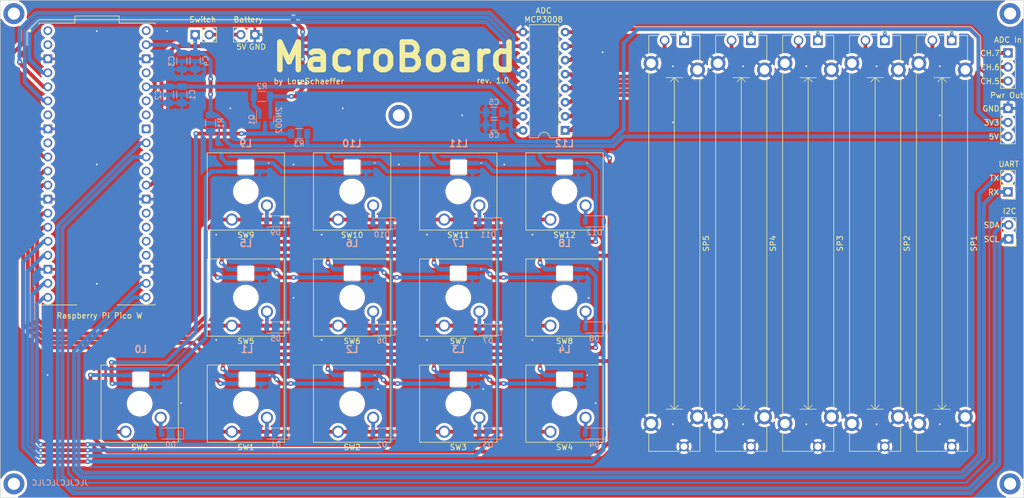
<source format=kicad_pcb>
(kicad_pcb (version 20221018) (generator pcbnew)
  (layers (0 "F.Cu" signal) (31 "B.Cu" signal) (34 "B.Paste" user) (35 "F.Paste" user) (36 "B.SilkS" user "B.Silkscreen") (37 "F.SilkS" user "F.Silkscreen") (38 "B.Mask" user) (39 "F.Mask" user) (44 "Edge.Cuts" user))
  (net 0 "")
  (net 1 "COL_1")
  (net 2 "Net-(D1-A)")
  (net 3 "COL_2")
  (net 4 "Net-(D2-A)")
  (net 5 "COL_3")
  (net 6 "Net-(D3-A)")
  (net 7 "COL_4")
  (net 8 "Net-(D4-A)")
  (net 9 "Net-(D5-A)")
  (net 10 "Net-(D6-A)")
  (net 11 "Net-(D7-A)")
  (net 12 "Net-(D8-A)")
  (net 13 "Net-(D9-A)")
  (net 14 "Net-(D10-A)")
  (net 15 "Net-(D11-A)")
  (net 16 "Net-(D12-A)")
  (net 17 "Net-(L1-DOUT)")
  (net 18 "LED_4")
  (net 19 "3V3")
  (net 20 "Net-(L2-DOUT)")
  (net 21 "Net-(L3-DOUT)")
  (net 23 "Net-(L5-DOUT)")
  (net 24 "LED_3")
  (net 25 "Net-(L6-DOUT)")
  (net 26 "Net-(L7-DOUT)")
  (net 27 "Net-(L10-DIN)")
  (net 28 "LED_2")
  (net 29 "Net-(L10-DOUT)")
  (net 30 "Net-(L11-DOUT)")
  (net 31 "LED_1")
  (net 32 "GND")
  (net 33 "ROW_1")
  (net 34 "ROW_2")
  (net 35 "ROW_3")
  (net 36 "ROW_4")
  (net 37 "Net-(D0-A)")
  (net 38 "CH_7")
  (net 39 "CH_6")
  (net 40 "CH_5")
  (net 41 "CH_4")
  (net 44 "CH_3")
  (net 45 "CH_2")
  (net 50 "CH_1")
  (net 52 "CH_0")
  (net 53 "I2C_SCL_E")
  (net 59 "I2C_SDA_E")
  (net 60 "UART_RX")
  (net 61 "UART_TX")
  (net 62 "I2C_SCL")
  (net 63 "CS{slash}SHDN")
  (net 64 "D_IN")
  (net 65 "D_OUT")
  (net 66 "CLK")
  (net 67 "I2C_SDA")
  (net 68 "5V")
  (net 69 "B+")
  (net 70 "LED")
  (net 71 "LVL_CON")
  (footprint "Keyboard:SW_Cherry_MX_1.00u_Plate" (layer "F.Cu") (at 88.06 94.08 180)
    (fp_text reference "SW2")
    (fp_text value "SW_Push" hide)
  )
  (footprint "Connector_PinHeader_2.54mm:PinHeader_1x03_P2.54mm_Vertical" (layer "F.Cu") (at 209.169 35.56)
    (fp_text reference "J1" hide)
    (fp_text value "Pwr")
  )
  (footprint "Keyboard:SW_Cherry_MX_1.00u_Plate" (layer "F.Cu") (at 107.26 55.68 180)
    (fp_text reference "SW11")
    (fp_text value "SW_Push" hide)
  )
  (footprint "Keyboard:SW_Cherry_MX_1.00u_Plate" (layer "F.Cu") (at 68.86 55.68 180)
    (fp_text reference "SW9")
    (fp_text value "SW_Push" hide)
  )
  (footprint "Keyboard:SW_Cherry_MX_1.00u_Plate" (layer "F.Cu") (at 68.86 94.08 180)
    (fp_text reference "SW1")
    (fp_text value "SW_Push" hide)
  )
  (footprint "Package_DIP:DIP-16_W7.62mm" (layer "F.Cu") (at 129.12 39.54 180)
    (fp_text reference "MUX1" hide)
    (fp_text value "MCP3008")
  )
  (footprint "MountingHole:MountingHole_2.2mm_M2_DIN965_Pad_TopBottom" (layer "F.Cu") (at 209.55 18.415)
    (fp_text reference "REF**" hide)
    (fp_text value "MountingHole_2.2mm_M2_DIN965_Pad_TopBottom" hide)
  )
  (footprint "Keyboard:SW_Cherry_MX_1.00u_Plate" (layer "F.Cu") (at 49.66 94.08 180)
    (fp_text reference "SW0")
    (fp_text value "SW_Push" hide)
  )
  (footprint "Connector_PinHeader_2.54mm:PinHeader_1x02_P2.54mm_Vertical" (layer "F.Cu") (at 73.03 22.225 -90)
    (fp_text reference "J5" hide)
    (fp_text value "B In")
  )
  (footprint "Potentiometer_THT:Potentiometer_Bourns_PTA6043_Single_Slide" (layer "F.Cu") (at 199 23.25 -90)
    (fp_text reference "SP1")
    (fp_text value "PTA6043" hide)
  )
  (footprint "Potentiometer_THT:Potentiometer_Bourns_PTA6043_Single_Slide" (layer "F.Cu") (at 174.8 23.25 -90)
    (fp_text reference "SP3")
    (fp_text value "PTA6043" hide)
  )
  (footprint "MountingHole:MountingHole_2.2mm_M2_DIN965_Pad_TopBottom" (layer "F.Cu") (at 29.464 18.415)
    (fp_text reference "REF**" hide)
    (fp_text value "MountingHole_2.2mm_M2_DIN965_Pad_TopBottom" hide)
  )
  (footprint "Potentiometer_THT:Potentiometer_Bourns_PTA6043_Single_Slide" (layer "F.Cu") (at 186.9 23.25 -90)
    (fp_text reference "SP2")
    (fp_text value "PTA6043" hide)
  )
  (footprint "Potentiometer_THT:Potentiometer_Bourns_PTA6043_Single_Slide" (layer "F.Cu") (at 150.6 23.25 -90)
    (fp_text reference "SP5")
    (fp_text value "PTA6043" hide)
  )
  (footprint "RPiP:MODULE_SC0918" (layer "F.Cu") (at 44.49 45.63)
    (fp_text reference "RPPW1" hide)
    (fp_text value "Raspberry Pi Pico W")
  )
  (footprint "Keyboard:SW_Cherry_MX_1.00u_Plate" (layer "F.Cu") (at 107.26 74.88 180)
    (fp_text reference "SW7")
    (fp_text value "SW_Push" hide)
  )
  (footprint "Connector_PinHeader_2.54mm:PinHeader_1x02_P2.54mm_Vertical" (layer "F.Cu") (at 62.225 22.225 90)
    (fp_text reference "J6" hide)
    (fp_text value "Switch")
  )
  (footprint "Keyboard:SW_Cherry_MX_1.00u_Plate" (layer "F.Cu") (at 68.86 74.88 180)
    (fp_text reference "SW5")
    (fp_text value "SW_Push" hide)
  )
  (footprint "MountingHole:MountingHole_2.2mm_M2_DIN965_Pad_TopBottom" (layer "F.Cu") (at 99.06 36.83)
    (fp_text reference "REF**" hide)
    (fp_text value "MountingHole_2.2mm_M2_DIN965_Pad_TopBottom" hide)
  )
  (footprint "Keyboard:SW_Cherry_MX_1.00u_Plate" (layer "F.Cu") (at 126.46 55.68 180)
    (fp_text reference "SW12")
    (fp_text value "SW_Push" hide)
  )
  (footprint "Keyboard:SW_Cherry_MX_1.00u_Plate" (layer "F.Cu") (at 107.26 94.08 180)
    (fp_text reference "SW3")
    (fp_text value "SW_Push" hide)
  )
  (footprint "Connector_PinHeader_2.54mm:PinHeader_1x03_P2.54mm_Vertical" (layer "F.Cu") (at 209.169 25.527)
    (fp_text reference "J3" hide)
    (fp_text value "ADC")
  )
  (footprint "Keyboard:SW_Cherry_MX_1.00u_Plate" (layer "F.Cu") (at 88.06 74.88 180)
    (fp_text reference "SW6")
    (fp_text value "SW_Push" hide)
  )
  (footprint "Connector_PinHeader_2.54mm:PinHeader_1x02_P2.54mm_Vertical" (layer "F.Cu") (at 209.169 50.673 180)
    (fp_text reference "J2" hide)
    (fp_text value "UART")
  )
  (footprint "Keyboard:SW_Cherry_MX_1.00u_Plate" (layer "F.Cu") (at 126.46 74.88 180)
    (fp_text reference "SW8")
    (fp_text value "SW_Push")
  )
  (footprint "MountingHole:MountingHole_2.2mm_M2_DIN965_Pad_TopBottom" (layer "F.Cu") (at 209.55 103.505)
    (fp_text reference "REF**" hide)
    (fp_text value "MountingHole_2.2mm_M2_DIN965_Pad_TopBottom" hide)
  )
  (footprint "Keyboard:SW_Cherry_MX_1.00u_Plate" (layer "F.Cu") (at 88.06 55.68 180)
    (fp_text reference "SW10")
    (fp_text value "SW_Push" hide)
  )
  (footprint "Connector_PinHeader_2.54mm:PinHeader_1x02_P2.54mm_Vertical" (layer "F.Cu") (at 209.296 59.182 180)
    (fp_text reference "J4" hide)
    (fp_text value "I2C")
  )
  (footprint "Potentiometer_THT:Potentiometer_Bourns_PTA6043_Single_Slide" (layer "F.Cu") (at 162.7 23.25 -90)
    (fp_text reference "SP4")
    (fp_text value "PTA6043" hide)
  )
  (footprint "Keyboard:SW_Cherry_MX_1.00u_Plate" (layer "F.Cu") (at 126.46 94.08 180)
    (fp_text reference "SW4")
    (fp_text value "SW_Push" hide)
  )
  (footprint "MountingHole:MountingHole_2.2mm_M2_DIN965_Pad_TopBottom" (layer "F.Cu") (at 29.464 103.505)
    (fp_text reference "REF**" hide)
    (fp_text value "MountingHole_2.2mm_M2_DIN965_Pad_TopBottom" hide)
  )
  (footprint "Capacitor_SMD:C_1206_3216Metric" (layer "B.Cu") (at 62.235 27.002 -90)
    (fp_text reference "C4")
    (fp_text value "100uF" hide)
  )
  (footprint "Diode_SMD:D_SOD-123" (layer "B.Cu") (at 134.4 75.2 180)
    (fp_text reference "D8")
    (fp_text value "1N4148W" hide)
  )
  (footprint "Diode_SMD:D_SOD-123" (layer "B.Cu") (at 96 94.4 180)
    (fp_text reference "D2")
    (fp_text value "1N4148W" hide)
  )
  (footprint "Diode_SMD:D_SOD-123" (layer "B.Cu") (at 115.2 94.4 180)
    (fp_text reference "D3")
    (fp_text value "1N4148W" hide)
  )
  (footprint "LibraryTool:SK6812MINIE" (layer "B.Cu") (at 71.4 46.2 180)
    (fp_text reference "L9")
    (fp_text value "SK6812MINI-E" hide)
    (fp_rect (start -1.53 1.33) (end 1.53 -1.33) (stroke (width 0.05)) (fill none) (layer "Edge.Cuts"))
  )
  (footprint "LibraryTool:SK6812MINIE" (layer "B.Cu") (at 109.8 84.6 180)
    (fp_text reference "L3")
    (fp_text value "SK6812MINI-E" hide)
    (fp_rect (start -1.53 1.33) (end 1.53 -1.33) (stroke (width 0.05)) (fill none) (layer "Edge.Cuts"))
  )
  (footprint "Capacitor_SMD:C_1206_3216Metric" (layer "B.Cu") (at 116.254 36.274 180)
    (fp_text reference "C5")
    (fp_text value "10uF")
  )
  (footprint "Diode_SMD:D_SOD-123" (layer "B.Cu") (at 96 56.4 180)
    (fp_text reference "D10")
    (fp_text value "1N4148W" hide)
  )
  (footprint "LibraryTool:SK6812MINIE" (layer "B.Cu") (at 90.6 84.6 180)
    (fp_text reference "L2")
    (fp_text value "SK6812MINI-E" hide)
    (fp_rect (start -1.53 1.33) (end 1.53 -1.33) (stroke (width 0.05)) (fill none) (layer "Edge.Cuts"))
  )
  (footprint "Diode_SMD:D_SOD-123" (layer "B.Cu") (at 57.8 94.4 180)
    (fp_text reference "D0")
    (fp_text value "1N4148W" hide)
  )
  (footprint "LibraryTool:SK6812MINIE" (layer "B.Cu") (at 71.4 65.4 180)
    (fp_text reference "L5")
    (fp_text value "SK6812MINI-E" hide)
    (fp_rect (start -1.53 1.33) (end 1.53 -1.33) (stroke (width 0.05)) (fill none) (layer "Edge.Cuts"))
  )
  (footprint "Diode_SMD:D_SOD-123" (layer "B.Cu") (at 115.2 75.6 180)
    (fp_text reference "D7")
    (fp_text value "1N4148W" hide)
  )
  (footprint "Diode_SMD:D_SOD-123" (layer "B.Cu") (at 76.8 56 180)
    (fp_text reference "D9")
    (fp_text value "1N4148W" hide)
  )
  (footprint "Capacitor_SMD:C_1206_3216Metric" (layer "B.Cu") (at 57.404 33.098 -90)
    (fp_text reference "C2")
    (fp_text value "100uF" hide)
  )
  (footprint "Diode_SMD:D_SOD-123" (layer "B.Cu") (at 96 75.6 180)
    (fp_text reference "D6")
    (fp_text value "1N4148W" hide)
  )
  (footprint "LibraryTool:SK6812MINIE" (layer "B.Cu") (at 109.8 65.4 180)
    (fp_text reference "L7")
    (fp_text value "SK6812MINI-E" hide)
    (fp_rect (start -1.53 1.33) (end 1.53 -1.33) (stroke (width 0.05)) (fill none) (layer "Edge.Cuts"))
  )
  (footprint "LibraryTool:SK6812MINIE" (layer "B.Cu") (at 90.6 46.2 180)
    (fp_text reference "L10")
    (fp_text value "SK6812MINI-E" hide)
    (fp_rect (start -1.53 1.33) (end 1.53 -1.33) (stroke (width 0.05)) (fill none) (layer "Edge.Cuts"))
  )
  (footprint "LibraryTool:SK6812MINIE" (layer "B.Cu") (at 90.6 65.4 180)
    (fp_text reference "L6")
    (fp_text value "SK6812MINI-E" hide)
    (fp_rect (start -1.53 1.33) (end 1.53 -1.33) (stroke (width 0.05)) (fill none) (layer "Edge.Cuts"))
  )
  (footprint "LibraryTool:SK6812MINIE" (layer "B.Cu") (at 109.85 46.2 180)
    (fp_text reference "L11")
    (fp_text value "SK6812MINI-E" hide)
    (fp_rect (start -1.53 1.33) (end 1.53 -1.33) (stroke (width 0.05)) (fill none) (layer "Edge.Cuts"))
  )
  (footprint "Capacitor_SMD:C_1206_3216Metric" (layer "B.Cu") (at 59.817 33.098 -90)
    (fp_text reference "C1")
    (fp_text value "10uF" hide)
  )
  (footprint "Capacitor_SMD:C_1206_3216Metric" (layer "B.Cu") (at 59.822 27.002 -90)
    (fp_text reference "C3")
    (fp_text value "10uF" hide)
  )
  (footprint "LibraryTool:SK6812MINIE" (layer "B.Cu") (at 129 84.6 180)
    (fp_text reference "L4")
    (fp_text value "SK6812MINI-E" hide)
    (fp_rect (start -1.53 1.33) (end 1.53 -1.33) (stroke (width 0.05)) (fill none) (layer "Edge.Cuts"))
  )
  (footprint "Resistor_SMD:R_1206_3216Metric" (layer "B.Cu") (at 81.026 40.132)
    (fp_text reference "R3")
    (fp_text value "10k")
  )
  (footprint "Diode_SMD:D_SOD-123" (layer "B.Cu") (at 134.4 94.4 180)
    (fp_text reference "D4")
    (fp_text value "1N4148W" hide)
  )
  (footprint "Diode_SMD:D_SOD-123" (layer "B.Cu") (at 115.2 56.4 180)
    (fp_text reference "D11")
    (fp_text value "1N4148W" hide)
  )
  (footprint "Resistor_SMD:R_1206_3216Metric" (layer "B.Cu") (at 65.024 38.227 90)
    (fp_text reference "R1")
    (fp_text value "330")
  )
  (footprint "LibraryTool:SK6812MINIE" (layer "B.Cu") (at 52.4 84.6 180)
    (fp_text reference "L0")
    (fp_text value "SK6812MINI-E" hide)
    (fp_rect (start -1.53 1.33) (end 1.53 -1.33) (stroke (width 0.05)) (fill none) (layer "Edge.Cuts"))
  )
  (footprint "Capacitor_SMD:C_1206_3216Metric" (layer "B.Cu") (at 116.254 38.608 180)
    (fp_text reference "C6")
    (fp_text value "100uF")
  )
  (footprint "Diode_SMD:D_SOD-123" (layer "B.Cu") (at 76.8 94.4 180)
    (fp_text reference "D1")
    (fp_text value "1N4148W" hide)
  )
  (footprint "Diode_SMD:D_SOD-123" (layer "B.Cu") (at 134.4 56 180)
    (fp_text reference "D12")
    (fp_text value "1N4148W" hide)
  )
  (footprint "LibraryTool:SK6812MINIE" (layer "B.Cu") (at 71.6 84.6 180)
    (fp_text reference "L1")
    (fp_text value "SK6812MINI-E" hide)
    (fp_rect (start -1.53 1.33) (end 1.53 -1.33) (stroke (width 0.05)) (fill none) (layer "Edge.Cuts"))
  )
  (footprint "Resistor_SMD:R_1206_3216Metric" (layer "B.Cu") (at 74.295 33.401 180)
    (fp_text reference "R2")
    (fp_text value "10k")
  )
  (footprint "LibraryTool:SK6812MINIE" (layer "B.Cu") (at 129 46.2 180)
    (fp_text reference "L12")
    (fp_text value "SK6812MINI-E" hide)
    (fp_rect (start -1.53 1.33) (end 1.53 -1.33) (stroke (width 0.05)) (fill none) (layer "Edge.Cuts"))
  )
  (footprint "Package_TO_SOT_SMD:SOT-23" (layer "B.Cu") (at 74.864 37.6405 -90)
    (fp_text reference "Q1")
    (fp_text value "2N7002")
  )
  (footprint "Diode_SMD:D_SOD-123" (layer "B.Cu") (at 76.8 75.2 180)
    (fp_text reference "D5")
    (fp_text value "1N4148W" hide)
  )
  (footprint "LibraryTool:SK6812MINIE" (layer "B.Cu") (at 129 65.4 180)
    (fp_text reference "L8")
    (fp_text value "SK6812MINI-E" hide)
    (fp_rect (start -1.53 1.33) (end 1.53 -1.33) (stroke (width 0.05)) (fill none) (layer "Edge.Cuts"))
  )
  (gr_rect (start 27 16) (end 212 106) (stroke (width 0.1)) (fill none) (layer "Edge.Cuts"))
  (gr_text "2N002" (at 77.978 35.179 90) (layer "B.SilkS") (effects (font (size 1 1)) (justify left bottom mirror)))
  (gr_text "JLCJLCJLCJLC" (at 43.053 103.886) (layer "B.SilkS") (effects (font (size 1 1)) (justify left bottom mirror)))
  (gr_text "TX" (at 205.74 48.768) (layer "F.SilkS") (effects (font (size 1 1)) (justify left bottom)))
  (gr_text "ADC\nMCP3008" (at 125.222 20.066) (layer "F.SilkS") (effects (font (size 1 1)) (justify bottom)))
  (gr_text "by LoreSchaeffer" (at 76.327 31.242) (layer "F.SilkS") (effects (font (size 1 1)) (justify left bottom)))
  (gr_text "ADC In" (at 209.169 23.749) (layer "F.SilkS") (effects (font (size 1 1)) (justify bottom)))
  (gr_text "CH.5" (at 204.089 31.242) (layer "F.SilkS") (effects (font (size 1 1)) (justify left bottom)))
  (gr_text "Battery" (at 69.088 20.066) (layer "F.SilkS") (effects (font (size 1 1)) (justify left bottom)))
  (gr_text "GND" (at 204.47 36.195) (layer "F.SilkS") (effects (font (size 1 1)) (justify left bottom)))
  (gr_text "UART" (at 207.391 46.228) (layer "F.SilkS") (effects (font (size 1 1)) (justify left bottom)))
  (gr_text "3V3" (at 204.724 38.735) (layer "F.SilkS") (effects (font (size 1 1)) (justify left bottom)))
  (gr_text "GND" (at 71.882 25.019) (layer "F.SilkS") (effects (font (size 1 1)) (justify left bottom)))
  (gr_text "MacroBoard" (at 75.692 29.21) (layer "F.SilkS") (effects (font (size 5 5) (thickness 1) bold) (justify left bottom)))
  (gr_text "SDA" (at 204.724 57.277) (layer "F.SilkS") (effects (font (size 1 1)) (justify left bottom)))
  (gr_text "SCL" (at 204.724 59.817) (layer "F.SilkS") (effects (font (size 1 1)) (justify left bottom)))
  (gr_text "CH.6" (at 204.089 28.702) (layer "F.SilkS") (effects (font (size 1 1)) (justify left bottom)))
  (gr_text "Pwr Out" (at 205.867 33.782) (layer "F.SilkS") (effects (font (size 1 1)) (justify left bottom)))
  (gr_text "Switch" (at 61.087 20.066) (layer "F.SilkS") (effects (font (size 1 1)) (justify left bottom)))
  (gr_text "Raspberry Pi Pico W" (at 37.084 73.66) (layer "F.SilkS") (effects (font (size 1 1)) (justify left bottom)))
  (gr_text "I2C" (at 208.153 54.737) (layer "F.SilkS") (effects (font (size 1 1)) (justify left bottom)))
  (gr_text "5V" (at 69.596 25.019) (layer "F.SilkS") (effects (font (size 1 1)) (justify left bottom)))
  (gr_text "CH.7" (at 204.089 26.162) (layer "F.SilkS") (effects (font (size 1 1)) (justify left bottom)))
  (gr_text "5V" (at 205.613 41.275) (layer "F.SilkS") (effects (font (size 1 1)) (justify left bottom)))
  (gr_text "rev. 1.0" (at 113.03 31.115) (layer "F.SilkS") (effects (font (size 1 1)) (justify left bottom)))
  (gr_text "RX" (at 205.486 51.308) (layer "F.SilkS") (effects (font (size 1 1)) (justify left bottom)))
  (segment (start 42.779 96.393) (end 34.29 96.393) (width 0.7) (layer "F.Cu") (net 1))
  (segment (start 42.799 96.373) (end 42.779 96.393) (width 0.7) (layer "F.Cu") (net 1))
  (via (at 42.799 96.373) (size 0.9) (drill 0.4) (layers "F.Cu" "B.Cu") (net 1))
  (via (at 34.29 96.393) (size 0.9) (drill 0.4) (layers "F.Cu" "B.Cu") (net 1))
  (segment (start 34.888 69.76) (end 35.6 69.76) (width 0.7) (layer "B.Cu") (net 1))
  (segment (start 76.827 96.373) (end 78.45 94.75) (width 0.7) (layer "B.Cu") (net 1))
  (segment (start 33.605 95.708) (end 33.605 71.043) (width 0.7) (layer "B.Cu") (net 1))
  (segment (start 78.45 94.2) (end 78.45 94.4) (width 0.3) (layer "B.Cu") (net 1))
  (segment (start 33.605 71.043) (end 34.888 69.76) (width 0.7) (layer "B.Cu") (net 1))
  (segment (start 34.29 96.393) (end 33.605 95.708) (width 0.7) (layer "B.Cu") (net 1))
  (segment (start 78.45 94.75) (end 78.45 94.4) (width 0.7) (layer "B.Cu") (net 1))
  (segment (start 59.45 96.359) (end 59.436 96.373) (width 0.7) (layer "B.Cu") (net 1))
  (segment (start 59.45 94.4) (end 59.45 96.359) (width 0.7) (layer "B.Cu") (net 1))
  (segment (start 59.436 96.373) (end 76.827 96.373) (width 0.7) (layer "B.Cu") (net 1))
  (segment (start 42.799 96.373) (end 59.436 96.373) (width 0.7) (layer "B.Cu") (net 1))
  (segment (start 78.45 75.2) (end 78.45 94.2) (width 0.7) (layer "B.Cu") (net 1))
  (segment (start 78.45 94.2) (end 78.65 94.4) (width 0.3) (layer "B.Cu") (net 1))
  (segment (start 78.45 56) (end 78.45 75.2) (width 0.7) (layer "B.Cu") (net 1))
  (segment (start 75.21 94.34) (end 75.15 94.4) (width 0.3) (layer "B.Cu") (net 2))
  (segment (start 75.21 91.54) (end 75.21 94.34) (width 0.7) (layer "B.Cu") (net 2))
  (segment (start 42.785497 97.422503) (end 34.29 97.422503) (width 0.7) (layer "F.Cu") (net 3))
  (segment (start 42.799 97.409) (end 42.785497 97.422503) (width 0.7) (layer "F.Cu") (net 3))
  (via (at 42.799 97.409) (size 0.9) (drill 0.4) (layers "F.Cu" "B.Cu") (net 3))
  (via (at 34.29 97.422503) (size 0.9) (drill 0.4) (layers "F.Cu" "B.Cu") (net 3))
  (segment (start 34.004284 97.422503) (end 32.775 96.193219) (width 0.7) (layer "B.Cu") (net 3))
  (segment (start 34.888 67.22) (end 35.6 67.22) (width 0.7) (layer "B.Cu") (net 3))
  (segment (start 95.885 97.409) (end 97.65 95.644) (width 0.7) (layer "B.Cu") (net 3))
  (segment (start 42.799 97.409) (end 95.885 97.409) (width 0.7) (layer "B.Cu") (net 3))
  (segment (start 97.65 56.4) (end 97.65 75.6) (width 0.7) (layer "B.Cu") (net 3))
  (segment (start 34.29 97.422503) (end 34.004284 97.422503) (width 0.7) (layer "B.Cu") (net 3))
  (segment (start 32.775 96.193219) (end 32.775 69.333) (width 0.7) (layer "B.Cu") (net 3))
  (segment (start 97.65 95.644) (end 97.65 94.4) (width 0.7) (layer "B.Cu") (net 3))
  (segment (start 97.65 75.6) (end 97.65 94.4) (width 0.7) (layer "B.Cu") (net 3))
  (segment (start 32.775 69.333) (end 34.888 67.22) (width 0.7) (layer "B.Cu") (net 3))
  (segment (start 94.41 91.54) (end 94.41 94.34) (width 0.7) (layer "B.Cu") (net 4))
  (segment (start 94.41 94.34) (end 94.35 94.4) (width 0.3) (layer "B.Cu") (net 4))
  (segment (start 42.799 98.452006) (end 34.29 98.452006) (width 0.7) (layer "F.Cu") (net 5))
  (via (at 42.799 98.452006) (size 0.9) (drill 0.4) (layers "F.Cu" "B.Cu") (net 5))
  (via (at 34.29 98.452006) (size 0.9) (drill 0.4) (layers "F.Cu" "B.Cu") (net 5))
  (segment (start 42.799 98.452006) (end 112.797994 98.452006) (width 0.7) (layer "B.Cu") (net 5))
  (segment (start 112.797994 98.452006) (end 116.85 94.4) (width 0.7) (layer "B.Cu") (net 5))
  (segment (start 33.859989 98.452006) (end 31.945 96.537017) (width 0.7) (layer "B.Cu") (net 5))
  (segment (start 34.29 98.452006) (end 33.859989 98.452006) (width 0.7) (layer "B.Cu") (net 5))
  (segment (start 116.85 56.4) (end 116.85 75.6) (width 0.7) (layer "B.Cu") (net 5))
  (segment (start 31.945 65.083) (end 34.888 62.14) (width 0.7) (layer "B.Cu") (net 5))
  (segment (start 116.85 75.6) (end 116.85 94.4) (width 0.7) (layer "B.Cu") (net 5))
  (segment (start 31.945 96.537017) (end 31.945 65.083) (width 0.7) (layer "B.Cu") (net 5))
  (segment (start 34.888 62.14) (end 35.6 62.14) (width 0.7) (layer "B.Cu") (net 5))
  (segment (start 113.61 94.34) (end 113.55 94.4) (width 0.3) (layer "B.Cu") (net 6))
  (segment (start 113.61 91.54) (end 113.61 94.34) (width 0.7) (layer "B.Cu") (net 6))
  (segment (start 42.799 99.481509) (end 34.29 99.481509) (width 0.7) (layer "F.Cu") (net 7))
  (via (at 42.799 99.481509) (size 0.9) (drill 0.4) (layers "F.Cu" "B.Cu") (net 7))
  (via (at 34.29 99.481509) (size 0.9) (drill 0.4) (layers "F.Cu" "B.Cu") (net 7))
  (segment (start 31.115 63.373) (end 34.888 59.6) (width 0.7) (layer "B.Cu") (net 7))
  (segment (start 42.839509 99.441) (end 133.985 99.441) (width 0.7) (layer "B.Cu") (net 7))
  (segment (start 136.05 75.2) (end 136.05 94.4) (width 0.7) (layer "B.Cu") (net 7))
  (segment (start 31.115 96.880814) (end 31.115 63.373) (width 0.7) (layer "B.Cu") (net 7))
  (segment (start 42.799 99.481509) (end 42.839509 99.441) (width 0.7) (layer "B.Cu") (net 7))
  (segment (start 34.888 59.6) (end 35.641881 59.6) (width 0.7) (layer "B.Cu") (net 7))
  (segment (start 136.05 56) (end 136.05 75.2) (width 0.7) (layer "B.Cu") (net 7))
  (segment (start 133.985 99.441) (end 136.05 97.376) (width 0.7) (layer "B.Cu") (net 7))
  (segment (start 136.05 97.376) (end 136.05 94.4) (width 0.7) (layer "B.Cu") (net 7))
  (segment (start 34.29 99.481509) (end 33.715694 99.481509) (width 0.7) (layer "B.Cu") (net 7))
  (segment (start 33.715694 99.481509) (end 31.115 96.880814) (width 0.7) (layer "B.Cu") (net 7))
  (segment (start 132.81 91.54) (end 132.81 94.34) (width 0.7) (layer "B.Cu") (net 8))
  (segment (start 132.81 94.34) (end 132.75 94.4) (width 0.3) (layer "B.Cu") (net 8))
  (segment (start 75.21 75.14) (end 75.15 75.2) (width 0.3) (layer "B.Cu") (net 9))
  (segment (start 75.21 72.34) (end 75.21 75.14) (width 0.7) (layer "B.Cu") (net 9))
  (segment (start 94.41 75.54) (end 94.35 75.6) (width 0.3) (layer "B.Cu") (net 10))
  (segment (start 94.41 72.34) (end 94.41 75.54) (width 0.7) (layer "B.Cu") (net 10))
  (segment (start 113.61 75.54) (end 113.55 75.6) (width 0.3) (layer "B.Cu") (net 11))
  (segment (start 113.61 72.34) (end 113.61 75.54) (width 0.7) (layer "B.Cu") (net 11))
  (segment (start 132.81 72.34) (end 132.81 75.14) (width 0.7) (layer "B.Cu") (net 12))
  (segment (start 132.81 75.14) (end 132.75 75.2) (width 0.3) (layer "B.Cu") (net 12))
  (segment (start 75.21 55.94) (end 75.15 56) (width 0.3) (layer "B.Cu") (net 13))
  (segment (start 75.21 53.14) (end 75.21 55.94) (width 0.7) (layer "B.Cu") (net 13))
  (segment (start 94.41 53.14) (end 94.41 56.34) (width 0.7) (layer "B.Cu") (net 14))
  (segment (start 94.41 56.34) (end 94.35 56.4) (width 0.3) (layer "B.Cu") (net 14))
  (segment (start 113.61 53.14) (end 113.61 56.34) (width 0.7) (layer "B.Cu") (net 15))
  (segment (start 113.61 56.34) (end 113.55 56.4) (width 0.3) (layer "B.Cu") (net 15))
  (segment (start 132.81 53.14) (end 132.81 55.94) (width 0.7) (layer "B.Cu") (net 16))
  (segment (start 132.81 55.94) (end 132.75 56) (width 0.3) (layer "B.Cu") (net 16))
  (segment (start 76.96025 84.58375) (end 77.7205 85.344) (width 0.7) (layer "F.Cu") (net 17))
  (segment (start 79.496 85.344) (end 79.502 85.35) (width 0.7) (layer "F.Cu") (net 17))
  (segment (start 77.7205 85.344) (end 79.496 85.344) (width 0.7) (layer "F.Cu") (net 17))
  (via (at 76.96025 84.58375) (size 0.9) (drill 0.4) (layers "F.Cu" "B.Cu") (net 17))
  (via (at 79.502 85.35) (size 0.9) (drill 0.4) (layers "F.Cu" "B.Cu") (net 17))
  (segment (start 76.2265 83.85) (end 74.1 83.85) (width 0.7) (layer "B.Cu") (net 17))
  (segment (start 76.96025 84.58375) (end 76.2265 83.85) (width 0.7) (layer "B.Cu") (net 17))
  (segment (start 79.502 85.35) (end 88.1 85.35) (width 0.7) (layer "B.Cu") (net 17))
  (segment (start 134.62 78.867) (end 67.056 78.867) (width 0.7) (layer "F.Cu") (net 18))
  (segment (start 65.659 84.201) (end 66.802 85.344) (width 0.7) (layer "F.Cu") (net 18))
  (segment (start 67.056 78.867) (end 65.659 80.264) (width 0.7) (layer "F.Cu") (net 18))
  (segment (start 65.659 80.264) (end 65.659 84.201) (width 0.7) (layer "F.Cu") (net 18))
  (via (at 66.802 85.344) (size 0.9) (drill 0.4) (layers "F.Cu" "B.Cu") (net 18))
  (via (at 134.62 78.867) (size 0.9) (drill 0.4) (layers "F.Cu" "B.Cu") (net 18))
  (segment (start 134.62 65.913) (end 133.35 64.643) (width 0.7) (layer "B.Cu") (net 18))
  (segment (start 69.094 85.344) (end 69.1 85.35) (width 0.7) (layer "B.Cu") (net 18))
  (segment (start 133.35 64.643) (end 132.094 64.643) (width 0.7) (layer "B.Cu") (net 18))
  (segment (start 66.802 85.344) (end 69.094 85.344) (width 0.7) (layer "B.Cu") (net 18))
  (segment (start 132.094 64.643) (end 132.087 64.65) (width 0.7) (layer "B.Cu") (net 18))
  (segment (start 134.62 78.867) (end 134.62 65.913) (width 0.7) (layer "B.Cu") (net 18))
  (segment (start 132.087 64.65) (end 131.5 64.65) (width 0.7) (layer "B.Cu") (net 18))
  (segment (start 203.835 22.733) (end 203.835 36.068) (width 0.7) (layer "B.Cu") (net 19))
  (segment (start 119.253 36.957) (end 119.253 38.608) (width 0.7) (layer "B.Cu") (net 19))
  (segment (start 199 21.218) (end 199.009 21.209) (width 0.7) (layer "B.Cu") (net 19))
  (segment (start 115.951 31.623) (end 119.253 34.925) (width 0.7) (layer "B.Cu") (net 19))
  (segment (start 119.296 39.54) (end 121.5 39.54) (width 0.7) (layer "B.Cu") (net 19))
  (segment (start 120.396 41.529) (end 121.539 41.529) (width 0.7) (layer "B.Cu") (net 19))
  (segment (start 205.867 38.1) (end 209.169 38.1) (width 0.7) (layer "B.Cu") (net 19))
  (segment (start 119.253 34.925) (end 119.253 36.322) (width 0.7) (layer "B.Cu") (net 19))
  (segment (start 72.8325 33.401) (end 72.8325 31.6845) (width 0.7) (layer "B.Cu") (net 19))
  (segment (start 186.9 23.25) (end 186.9 21.292) (width 0.7) (layer "B.Cu") (net 19))
  (segment (start 119.296 39.54) (end 119.296 40.429) (width 0.7) (layer "B.Cu") (net 19))
  (segment (start 142.24 21.209) (end 150.622 21.209) (width 0.7) (layer "B.Cu") (net 19))
  (segment (start 139.7 39.37) (end 139.7 23.749) (width 0.7) (layer "B.Cu") (net 19))
  (segment (start 119.253 36.322) (end 119.253 36.957) (width 0.7) (layer "B.Cu") (net 19))
  (segment (start 117.729 38.608) (end 119.253 38.608) (width 0.7) (layer "B.Cu") (net 19))
  (segment (start 203.835 36.068) (end 205.867 38.1) (width 0.7) (layer "B.Cu") (net 19))
  (segment (start 150.6 21.231) (end 150.622 21.209) (width 0.7) (layer "B.Cu") (net 19))
  (segment (start 137.541 41.529) (end 139.7 39.37) (width 0.7) (layer "B.Cu") (net 19))
  (segment (start 72.8325 34.9865) (end 72.8325 33.401) (width 0.7) (layer "B.Cu") (net 19))
  (segment (start 72.771 31.623) (end 115.951 31.623) (width 0.7) (layer "B.Cu") (net 19))
  (segment (start 121.5 37) (end 119.296 37) (width 0.7) (layer "B.Cu") (net 19))
  (segment (start 174.8 21.257) (end 174.752 21.209) (width 0.7) (layer "B.Cu") (net 19))
  (segment (start 117.729 36.274) (end 119.205 36.274) (width 0.7) (layer "B.Cu") (net 19))
  (segment (start 162.7 21.222) (end 162.687 21.209) (width 0.7) (layer "B.Cu") (net 19))
  (segment (start 150.6 23.25) (end 150.6 21.231) (width 0.7) (layer "B.Cu") (net 19))
  (segment (start 199 23.25) (end 199 21.218) (width 0.7) (layer "B.Cu") (net 19))
  (segment (start 186.9 21.292) (end 186.817 21.209) (width 0.7) (layer "B.Cu") (net 19))
  (segment (start 119.296 40.429) (end 120.396 41.529) (width 0.7) (layer "B.Cu") (net 19))
  (segment (start 72.8325 31.6845) (end 72.771 31.623) (width 0.7) (layer "B.Cu") (net 19))
  (segment (start 199.009 21.209) (end 202.311 21.209) (width 0.7) (layer "B.Cu") (net 19))
  (segment (start 174.8 23.25) (end 174.8 21.257) (width 0.7) (layer "B.Cu") (net 19))
  (segment (start 150.622 21.209) (end 162.687 21.209) (width 0.7) (layer "B.Cu") (net 19))
  (segment (start 202.311 21.209) (end 203.835 22.733) (width 0.7) (layer "B.Cu") (net 19))
  (segment (start 119.253 38.608) (end 119.253 39.497) (width 0.7) (layer "B.Cu") (net 19))
  (segment (start 119.205 36.274) (end 119.253 36.322) (width 0.7) (layer "B.Cu") (net 19))
  (segment (start 174.752 21.209) (end 186.817 21.209) (width 0.7) (layer "B.Cu") (net 19))
  (segment (start 186.817 21.209) (end 199.009 21.209) (width 0.7) (layer "B.Cu") (net 19))
  (segment (start 139.7 23.749) (end 142.24 21.209) (width 0.7) (layer "B.Cu") (net 19))
  (segment (start 121.539 41.529) (end 137.541 41.529) (width 0.7) (layer "B.Cu") (net 19))
  (segment (start 57.404 31.623) (end 59.817 31.623) (width 0.7) (layer "B.Cu") (net 19))
  (segment (start 73.914 36.068) (end 72.8325 34.9865) (width 0.7) (layer "B.Cu") (net 19))
  (segment (start 162.7 23.25) (end 162.7 21.222) (width 0.7) (layer "B.Cu") (net 19))
  (segment (start 59.817 31.623) (end 72.771 31.623) (width 0.7) (layer "B.Cu") (net 19))
  (segment (start 119.296 37) (end 119.253 36.957) (width 0.7) (layer "B.Cu") (net 19))
  (segment (start 53.38 31.66) (end 57.367 31.66) (width 0.7) (layer "B.Cu") (net 19))
  (segment (start 73.914 36.703) (end 73.914 36.068) (width 0.7) (layer "B.Cu") (net 19))
  (segment (start 119.253 39.497) (end 119.296 39.54) (width 0.7) (layer "B.Cu") (net 19))
  (segment (start 162.687 21.209) (end 174.752 21.209) (width 0.7) (layer "B.Cu") (net 19))
  (segment (start 96.9205 85.344) (end 98.8 85.344) (width 0.7) (layer "F.Cu") (net 20))
  (segment (start 96.27575 84.69925) (end 96.9205 85.344) (width 0.7) (layer "F.Cu") (net 20))
  (segment (start 98.8 85.344) (end 98.806 85.35) (width 0.7) (layer "F.Cu") (net 20))
  (via (at 98.806 85.35) (size 0.9) (drill 0.4) (layers "F.Cu" "B.Cu") (net 20))
  (via (at 96.27575 84.69925) (size 0.9) (drill 0.4) (layers "F.Cu" "B.Cu") (net 20))
  (segment (start 98.806 85.35) (end 107.3 85.35) (width 0.7) (layer "B.Cu") (net 20))
  (segment (start 95.4265 83.85) (end 93.1 83.85) (width 0.7) (layer "B.Cu") (net 20))
  (segment (start 96.27575 84.69925) (end 95.4265 83.85) (width 0.7) (layer "B.Cu") (net 20))
  (segment (start 117.977 85.344) (end 117.983 85.35) (width 0.7) (layer "F.Cu") (net 21))
  (segment (start 116.1205 85.344) (end 117.977 85.344) (width 0.7) (layer "F.Cu") (net 21))
  (segment (start 115.46425 84.68775) (end 116.1205 85.344) (width 0.7) (layer "F.Cu") (net 21))
  (via (at 115.46425 84.68775) (size 0.9) (drill 0.4) (layers "F.Cu" "B.Cu") (net 21))
  (via (at 117.983 85.35) (size 0.9) (drill 0.4) (layers "F.Cu" "B.Cu") (net 21))
  (segment (start 117.983 85.35) (end 126.5 85.35) (width 0.7) (layer "B.Cu") (net 21))
  (segment (start 115.46425 84.68775) (end 114.6265 83.85) (width 0.7) (layer "B.Cu") (net 21))
  (segment (start 114.6265 83.85) (end 112.3 83.85) (width 0.7) (layer "B.Cu") (net 21))
  (segment (start 76.96025 65.40675) (end 77.7035 66.15) (width 0.7) (layer "F.Cu") (net 23))
  (segment (start 77.7035 66.15) (end 80.01 66.15) (width 0.7) (layer "F.Cu") (net 23))
  (via (at 76.96025 65.40675) (size 0.9) (drill 0.4) (layers "F.Cu" "B.Cu") (net 23))
  (via (at 80.01 66.15) (size 0.9) (drill 0.4) (layers "F.Cu" "B.Cu") (net 23))
  (segment (start 76.2035 64.65) (end 73.9 64.65) (width 0.7) (layer "B.Cu") (net 23))
  (segment (start 80.01 66.15) (end 88.1 66.15) (width 0.7) (layer "B.Cu") (net 23))
  (segment (start 76.96025 65.40675) (end 76.2035 64.65) (width 0.7) (layer "B.Cu") (net 23))
  (segment (start 134.62 59.69) (end 67.520177 59.69) (width 0.7) (layer "F.Cu") (net 24))
  (segment (start 67.520177 59.69) (end 65.659 61.551177) (width 0.7) (layer "F.Cu") (net 24))
  (segment (start 65.659 65.532) (end 66.294 66.167) (width 0.7) (layer "F.Cu") (net 24))
  (segment (start 65.659 61.551177) (end 65.659 65.532) (width 0.7) (layer "F.Cu") (net 24))
  (via (at 134.62 59.69) (size 0.9) (drill 0.4) (layers "F.Cu" "B.Cu") (net 24))
  (via (at 66.294 66.167) (size 0.9) (drill 0.4) (layers "F.Cu" "B.Cu") (net 24))
  (segment (start 134.62 59.69) (end 134.62 47.117) (width 0.7) (layer "B.Cu") (net 24))
  (segment (start 132.953 45.45) (end 131.5 45.45) (width 0.7) (layer "B.Cu") (net 24))
  (segment (start 68.9 66.15) (end 66.311 66.15) (width 0.7) (layer "B.Cu") (net 24))
  (segment (start 134.62 47.117) (end 132.953 45.45) (width 0.7) (layer "B.Cu") (net 24))
  (segment (start 66.311 66.15) (end 66.294 66.167) (width 0.3) (layer "B.Cu") (net 24))
  (segment (start 96.393 65.278) (end 97.265 66.15) (width 0.7) (layer "F.Cu") (net 25))
  (segment (start 97.265 66.15) (end 98.679 66.15) (width 0.7) (layer "F.Cu") (net 25))
  (via (at 98.679 66.15) (size 0.9) (drill 0.4) (layers "F.Cu" "B.Cu") (net 25))
  (via (at 96.393 65.278) (size 0.9) (drill 0.4) (layers "F.Cu" "B.Cu") (net 25))
  (segment (start 98.679 66.15) (end 107.3 66.15) (width 0.7) (layer "B.Cu") (net 25))
  (segment (start 96.393 65.278) (end 95.765 64.65) (width 0.7) (layer "B.Cu") (net 25))
  (segment (start 95.765 64.65) (end 93.1 64.65) (width 0.7) (layer "B.Cu") (net 25))
  (segment (start 115.52775 65.57425) (end 116.1035 66.15) (width 0.7) (layer "F.Cu") (net 26))
  (segment (start 116.1035 66.15) (end 117.983 66.15) (width 0.7) (layer "F.Cu") (net 26))
  (via (at 115.52775 65.57425) (size 0.9) (drill 0.4) (layers "F.Cu" "B.Cu") (net 26))
  (via (at 117.983 66.15) (size 0.9) (drill 0.4) (layers "F.Cu" "B.Cu") (net 26))
  (segment (start 114.6035 64.65) (end 112.3 64.65) (width 0.7) (layer "B.Cu") (net 26))
  (segment (start 115.52775 65.57425) (end 114.6035 64.65) (width 0.7) (layer "B.Cu") (net 26))
  (segment (start 117.983 66.15) (end 126.5 66.15) (width 0.7) (layer "B.Cu") (net 26))
  (segment (start 73.9 45.45) (end 76.311 45.45) (width 0.7) (layer "B.Cu") (net 27))
  (segment (start 77.811 46.95) (end 88.1 46.95) (width 0.7) (layer "B.Cu") (net 27))
  (segment (start 76.311 45.45) (end 77.811 46.95) (width 0.7) (layer "B.Cu") (net 27))
  (segment (start 64.135 48.006) (end 65.191 46.95) (width 0.7) (layer "B.Cu") (net 28))
  (segment (start 54.9 83.85) (end 57.374 83.85) (width 0.7) (layer "B.Cu") (net 28))
  (segment (start 64.135 77.089) (end 64.135 48.006) (width 0.7) (layer "B.Cu") (net 28))
  (segment (start 65.191 46.95) (end 68.9 46.95) (width 0.7) (layer "B.Cu") (net 28))
  (segment (start 57.374 83.85) (end 64.135 77.089) (width 0.7) (layer "B.Cu") (net 28))
  (segment (start 93.1 45.45) (end 95.488 45.45) (width 0.7) (layer "B.Cu") (net 29))
  (segment (start 95.488 45.45) (end 96.988 46.95) (width 0.7) (layer "B.Cu") (net 29))
  (segment (start 96.988 46.95) (end 107.35 46.95) (width 0.7) (layer "B.Cu") (net 29))
  (segment (start 112.35 45.45) (end 114.665 45.45) (width 0.7) (layer "B.Cu") (net 30))
  (segment (start 116.165 46.95) (end 126.5 46.95) (width 0.7) (layer "B.Cu") (net 30))
  (segment (start 114.665 45.45) (end 116.165 46.95) (width 0.7) (layer "B.Cu") (net 30))
  (segment (start 47.117 85.217) (end 47.244 85.344) (width 0.7) (layer "F.Cu") (net 31))
  (segment (start 70.612 40.132) (end 62.357 40.132) (width 0.7) (layer "F.Cu") (net 31))
  (segment (start 47.117 81.534) (end 47.117 85.217) (width 0.7) (layer "F.Cu") (net 31))
  (via (at 47.244 85.344) (size 0.9) (drill 0.4) (layers "F.Cu" "B.Cu") (net 31))
  (via (at 47.117 81.534) (size 0.9) (drill 0.4) (layers "F.Cu" "B.Cu") (net 31))
  (via (at 62.357 40.132) (size 0.9) (drill 0.4) (layers "F.Cu" "B.Cu") (net 31))
  (via (at 70.612 40.132) (size 0.9) (drill 0.4) (layers "F.Cu" "B.Cu") (net 31))
  (segment (start 62.357 76.073) (end 62.357 40.132) (width 0.7) (layer "B.Cu") (net 31))
  (segment (start 47.117 81.534) (end 56.896 81.534) (width 0.7) (layer "B.Cu") (net 31))
  (segment (start 56.896 81.534) (end 62.357 76.073) (width 0.7) (layer "B.Cu") (net 31))
  (segment (start 49.894 85.344) (end 49.9 85.35) (width 0.7) (layer "B.Cu") (net 31))
  (segment (start 74.864 38.578) (end 74.864 40.132) (width 0.7) (layer "B.Cu") (net 31))
  (segment (start 74.864 40.132) (end 70.612 40.132) (width 0.7) (layer "B.Cu") (net 31))
  (segment (start 74.864 40.132) (end 79.5635 40.132) (width 0.7) (layer "B.Cu") (net 31))
  (segment (start 47.244 85.344) (end 49.894 85.344) (width 0.7) (layer "B.Cu") (net 31))
  (via (at 133.35 69.85) (size 0.6) (drill 0.3) (layers "F.Cu" "B.Cu") (net 32))
  (via (at 114.3 86.36) (size 0.6) (drill 0.3) (layers "F.Cu" "B.Cu") (net 32))
  (via (at 57.15 21.59) (size 0.6) (drill 0.3) (layers "F.Cu" "B.Cu") (net 32))
  (via (at 118.11 45.72) (size 0.6) (drill 0.3) (layers "F.Cu" "B.Cu") (net 32))
  (via (at 85.09 58.42) (size 0.6) (drill 0.3) (layers "F.Cu" "B.Cu") (net 32))
  (via (at 148.59 27.94) (size 0.6) (drill 0.3) (layers "F.Cu" "B.Cu") (net 32))
  (via (at 99.06 45.72) (size 0.6) (drill 0.3) (layers "F.Cu" "B.Cu") (net 32))
  (via (at 196.85 92.71) (size 0.6) (drill 0.3) (layers "F.Cu" "B.Cu") (net 32))
  (via (at 35.56 83.82) (size 0.6) (drill 0.3) (layers "F.Cu" "B.Cu") (net 32))
  (via (at 95.25 86.36) (size 0.6) (drill 0.3) (layers "F.Cu" "B.Cu") (net 32))
  (via (at 85.09 77.47) (size 0.6) (drill 0.3) (layers "F.Cu" "B.Cu") (net 32))
  (via (at 44.45 67.31) (size 0.6) (drill 0.3) (layers "F.Cu" "B.Cu") (net 32))
  (via (at 68.58 35.56) (size 0.6) (drill 0.3) (layers "F.Cu" "B.Cu") (net 32))
  (via (at 66.04 77.47) (size 0.6) (drill 0.3) (layers "F.Cu" "B.Cu") (net 32))
  (via (at 172.72 27.94) (size 0.6) (drill 0.3) (layers "F.Cu" "B.Cu") (net 32))
  (via (at 44.45 45.72) (size 0.6) (drill 0.3) (layers "F.Cu" "B.Cu") (net 32))
  (via (at 161.29 92.71) (size 0.6) (drill 0.3) (layers "F.Cu" "B.Cu") (net 32))
  (via (at 135.89 25.4) (size 0.6) (drill 0.3) (layers "F.Cu" "B.Cu") (net 32))
  (via (at 80.01 45.72) (size 0.6) (drill 0.3) (layers "F.Cu" "B.Cu") (net 32))
  (via (at 88.9 35.56) (size 0.6) (drill 0.3) (layers "F.Cu" "B.Cu") (net 32))
  (via (at 161.29 27.94) (size 0.6) (drill 0.3) (layers "F.Cu" "B.Cu") (net 32))
  (via (at 123.19 77.47) (size 0.6) (drill 0.3) (layers "F.Cu" "B.Cu") (net 32))
  (via (at 148.59 92.71) (size 0.6) (drill 0.3) (layers "F.Cu" "B.Cu") (net 32))
  (via (at 44.45 21.59) (size 0.6) (drill 0.3) (layers "F.Cu" "B.Cu") (net 32))
  (via (at 185.42 27.94) (size 0.6) (drill 0.3) (layers "F.Cu" "B.Cu") (net 32))
  (via (at 185.42 92.71) (size 0.6) (drill 0.3) (layers "F.Cu" "B.Cu") (net 32))
  (via (at 196.85 36.83) (size 0.6) (drill 0.3) (layers "F.Cu" "B.Cu") (net 32))
  (via (at 148.59 38.1) (size 0.6) (drill 0.3) (layers "F.Cu" "B.Cu") (net 32))
  (via (at 104.14 77.47) (size 0.6) (drill 0.3) (layers "F.Cu" "B.Cu") (net 32))
  (via (at 196.85 27.94) (size 0.6) (drill 0.3) (layers "F.Cu" "B.Cu") (net 32))
  (via (at 66.04 58.42) (size 0.6) (drill 0.3) (layers "F.Cu" "B.Cu") (net 32))
  (via (at 110.49 36.83) (size 0.6) (drill 0.3) (layers "F.Cu" "B.Cu") (net 32))
  (via (at 104.14 58.42) (size 0.6) (drill 0.3) (layers "F.Cu" "B.Cu") (net 32))
  (via (at 123.19 58.42) (size 0.6) (drill 0.3) (layers "F.Cu" "B.Cu") (net 32))
  (via (at 59.69 88.9) (size 0.6) (drill 0.3) (layers "F.Cu" "B.Cu") (net 32))
  (via (at 80.01 69.85) (size 0.6) (drill 0.3) (layers "F.Cu" "B.Cu") (net 32))
  (via (at 134.62 88.9) (size 0.6) (drill 0.3) (layers "F.Cu" "B.Cu") (net 32))
  (via (at 172.72 92.71) (size 0.6) (drill 0.3) (layers "F.Cu" "B.Cu") (net 32))
  (segment (start 60.96 76.327) (end 36.322 76.327) (width 0.7) (layer "F.Cu") (net 33))
  (segment (start 64.135 57.658) (end 64.135 73.152) (width 0.7) (layer "F.Cu") (net 33))
  (segment (start 36.322 76.327) (end 33.655 73.66) (width 0.7) (layer "F.Cu") (net 33))
  (segment (start 68.86 55.68) (end 88.06 55.68) (width 0.7) (layer "F.Cu") (net 33))
  (segment (start 33.655 73.66) (end 33.655 58.166) (width 0.7) (layer "F.Cu") (net 33))
  (segment (start 34.761 57.06) (end 35.6 57.06) (width 0.7) (layer "F.Cu") (net 33))
  (segment (start 33.655 58.166) (end 34.761 57.06) (width 0.7) (layer "F.Cu") (net 33))
  (segment (start 88.06 55.68) (end 107.26 55.68) (width 0.7) (layer "F.Cu") (net 33))
  (segment (start 68.86 55.68) (end 66.113 55.68) (width 0.7) (layer "F.Cu") (net 33))
  (segment (start 66.113 55.68) (end 64.135 57.658) (width 0.7) (layer "F.Cu") (net 33))
  (segment (start 64.135 73.152) (end 60.96 76.327) (width 0.7) (layer "F.Cu") (net 33))
  (segment (start 107.26 55.68) (end 126.46 55.68) (width 0.7) (layer "F.Cu") (net 33))
  (segment (start 35.6 54.52) (end 34.761 54.52) (width 0.7) (layer "F.Cu") (net 34))
  (segment (start 35.978202 77.157) (end 61.303798 77.157) (width 0.7) (layer "F.Cu") (net 34))
  (segment (start 63.580798 74.88) (end 68.86 74.88) (width 0.7) (layer "F.Cu") (net 34))
  (segment (start 68.86 74.88) (end 88.06 74.88) (width 0.7) (layer "F.Cu") (net 34))
  (segment (start 61.303798 77.157) (end 63.580798 74.88) (width 0.7) (layer "F.Cu") (net 34))
  (segment (start 34.761 54.52) (end 32.825 56.456) (width 0.7) (layer "F.Cu") (net 34))
  (segment (start 32.825 74.003798) (end 35.978202 77.157) (width 0.7) (layer "F.Cu") (net 34))
  (segment (start 32.825 56.456) (end 32.825 74.003798) (width 0.7) (layer "F.Cu") (net 34))
  (segment (start 88.06 74.88) (end 107.26 74.88) (width 0.7) (layer "F.Cu") (net 34))
  (segment (start 107.26 74.88) (end 126.46 74.88) (width 0.7) (layer "F.Cu") (net 34))
  (segment (start 34.6975 49.44) (end 31.995 52.1425) (width 0.7) (layer "F.Cu") (net 35))
  (segment (start 68.86 94.08) (end 88.06 94.08) (width 0.7) (layer "F.Cu") (net 35))
  (segment (start 107.26 94.08) (end 126.46 94.08) (width 0.7) (layer "F.Cu") (net 35))
  (segment (start 31.995 74.347596) (end 35.634405 77.987) (width 0.7) (layer "F.Cu") (net 35))
  (segment (start 31.995 52.1425) (end 31.995 74.347596) (width 0.7) (layer "F.Cu") (net 35))
  (segment (start 35.6 49.44) (end 34.6975 49.44) (width 0.7) (layer "F.Cu") (net 35))
  (segment (start 66.267 94.08) (end 68.86 94.08) (width 0.7) (layer "F.Cu") (net 35))
  (segment (start 64.135 91.948) (end 66.267 94.08) (width 0.7) (layer "F.Cu") (net 35))
  (segment (start 35.634405 77.987) (end 61.858 77.987) (width 0.7) (layer "F.Cu") (net 35))
  (segment (start 64.135 80.264) (end 64.135 91.948) (width 0.7) (layer "F.Cu") (net 35))
  (segment (start 88.06 94.08) (end 107.26 94.08) (width 0.7) (layer "F.Cu") (net 35))
  (segment (start 61.858 77.987) (end 64.135 80.264) (width 0.7) (layer "F.Cu") (net 35))
  (segment (start 31.165 50.623) (end 34.888 46.9) (width 0.7) (layer "F.Cu") (net 36))
  (segment (start 42.876 78.817) (end 35.290607 78.817) (width 0.7) (layer "F.Cu") (net 36))
  (segment (start 34.888 46.9) (end 35.6 46.9) (width 0.7) (layer "F.Cu") (net 36))
  (segment (start 44.958 80.899) (end 42.876 78.817) (width 0.7) (layer "F.Cu") (net 36))
  (segment (start 31.165 74.691394) (end 31.165 50.623) (width 0.7) (layer "F.Cu") (net 36))
  (segment (start 49.66 94.08) (end 46.836 94.08) (width 0.7) (layer "F.Cu") (net 36))
  (segment (start 46.836 94.08) (end 44.958 92.202) (width 0.7) (layer "F.Cu") (net 36))
  (segment (start 44.958 92.202) (end 44.958 80.899) (width 0.7) (layer "F.Cu") (net 36))
  (segment (start 35.290607 78.817) (end 31.165 74.691394) (width 0.7) (layer "F.Cu") (net 36))
  (segment (start 56.01 94.26) (end 56.15 94.4) (width 0.3) (layer "B.Cu") (net 37))
  (segment (start 56.01 91.54) (end 56.01 94.26) (width 0.7) (layer "B.Cu") (net 37))
  (segment (start 129.12 21.76) (end 132.800904 21.76) (width 0.7) (layer "F.Cu") (net 38))
  (segment (start 135.011905 19.549) (end 202.998596 19.549) (width 0.7) (layer "F.Cu") (net 38))
  (segment (start 205.495 24.266) (end 206.756 25.527) (width 0.7) (layer "F.Cu") (net 38))
  (segment (start 132.800904 21.76) (end 135.011905 19.549) (width 0.7) (layer "F.Cu") (net 38))
  (segment (start 206.756 25.527) (end 209.169 25.527) (width 0.7) (layer "F.Cu") (net 38))
  (segment (start 202.998596 19.549) (end 205.495 22.045405) (width 0.7) (layer "F.Cu") (net 38))
  (segment (start 205.495 22.045405) (end 205.495 24.266) (width 0.7) (layer "F.Cu") (net 38))
  (segment (start 202.654798 20.379) (end 135.355702 20.379) (width 0.7) (layer "F.Cu") (net 39))
  (segment (start 135.355702 20.379) (end 131.434702 24.3) (width 0.7) (layer "F.Cu") (net 39))
  (segment (start 131.434702 24.3) (end 129.12 24.3) (width 0.7) (layer "F.Cu") (net 39))
  (segment (start 204.665 25.976) (end 204.665 22.389202) (width 0.7) (layer "F.Cu") (net 39))
  (segment (start 206.756 28.067) (end 204.665 25.976) (width 0.7) (layer "F.Cu") (net 39))
  (segment (start 204.665 22.389202) (end 202.654798 20.379) (width 0.7) (layer "F.Cu") (net 39))
  (segment (start 209.169 28.067) (end 206.756 28.067) (width 0.7) (layer "F.Cu") (net 39))
  (segment (start 130.0685 26.84) (end 135.6995 21.209) (width 0.7) (layer "F.Cu") (net 40))
  (segment (start 203.835 22.733) (end 203.835 27.94) (width 0.7) (layer "F.Cu") (net 40))
  (segment (start 135.6995 21.209) (end 202.311 21.209) (width 0.7) (layer "F.Cu") (net 40))
  (segment (start 129.12 26.84) (end 130.0685 26.84) (width 0.7) (layer "F.Cu") (net 40))
  (segment (start 202.311 21.209) (end 203.835 22.733) (width 0.7) (layer "F.Cu") (net 40))
  (segment (start 203.835 27.94) (end 206.502 30.607) (width 0.7) (layer "F.Cu") (net 40))
  (segment (start 206.502 30.607) (end 209.169 30.607) (width 0.7) (layer "F.Cu") (net 40))
  (segment (start 147.1 23.25) (end 147.1 28.541) (width 0.7) (layer "F.Cu") (net 41))
  (segment (start 147.1 28.541) (end 145.814 29.827) (width 0.7) (layer "F.Cu") (net 41))
  (segment (start 130.538 29.827) (end 130.091 29.38) (width 0.7) (layer "F.Cu") (net 41))
  (segment (start 130.091 29.38) (end 129.12 29.38) (width 0.7) (layer "F.Cu") (net 41))
  (segment (start 145.814 29.827) (end 130.538 29.827) (width 0.7) (layer "F.Cu") (net 41))
  (segment (start 129.12 31.92) (end 130.132 31.92) (width 0.7) (layer "F.Cu") (net 44))
  (segment (start 131.395 30.657) (end 157.684 30.657) (width 0.7) (layer "F.Cu") (net 44))
  (segment (start 159.2 29.141) (end 159.2 23.25) (width 0.7) (layer "F.Cu") (net 44))
  (segment (start 130.132 31.92) (end 131.395 30.657) (width 0.7) (layer "F.Cu") (net 44))
  (segment (start 157.684 30.657) (end 159.2 29.141) (width 0.7) (layer "F.Cu") (net 44))
  (segment (start 132.978 31.487) (end 169.554 31.487) (width 0.7) (layer "F.Cu") (net 45))
  (segment (start 129.12 34.46) (end 130.005 34.46) (width 0.7) (layer "F.Cu") (net 45))
  (segment (start 130.005 34.46) (end 132.978 31.487) (width 0.7) (layer "F.Cu") (net 45))
  (segment (start 169.554 31.487) (end 171.3 29.741) (width 0.7) (layer "F.Cu") (net 45))
  (segment (start 171.3 29.741) (end 171.3 23.25) (width 0.7) (layer "F.Cu") (net 45))
  (segment (start 130.132 37) (end 134.815 32.317) (width 0.7) (layer "F.Cu") (net 50))
  (segment (start 129.12 37) (end 130.132 37) (width 0.7) (layer "F.Cu") (net 50))
  (segment (start 181.424 32.317) (end 183.4 30.341) (width 0.7) (layer "F.Cu") (net 50))
  (segment (start 183.4 30.341) (end 183.4 23.25) (width 0.7) (layer "F.Cu") (net 50))
  (segment (start 134.815 32.317) (end 181.424 32.317) (width 0.7) (layer "F.Cu") (net 50))
  (segment (start 130.132 39.54) (end 136.525 33.147) (width 0.7) (layer "F.Cu") (net 52))
  (segment (start 129.12 39.54) (end 130.132 39.54) (width 0.7) (layer "F.Cu") (net 52))
  (segment (start 195.5 31.068) (end 195.5 23.25) (width 0.7) (layer "F.Cu") (net 52))
  (segment (start 136.525 33.147) (end 193.421 33.147) (width 0.7) (layer "F.Cu") (net 52))
  (segment (start 193.421 33.147) (end 195.5 31.068) (width 0.7) (layer "F.Cu") (net 52))
  (segment (start 37.397 56.837001) (end 37.397 102.421) (width 0.7) (layer "B.Cu") (net 53))
  (segment (start 40.132 105.156) (end 202.437999 105.156) (width 0.7) (layer "B.Cu") (net 53))
  (segment (start 208.407 59.182) (end 209.296 59.182) (width 0.7) (layer "B.Cu") (net 53))
  (segment (start 202.437999 105.156) (end 207.586 100.007999) (width 0.7) (layer "B.Cu") (net 53))
  (segment (start 52.414 41.82) (end 37.397 56.837001) (width 0.7) (layer "B.Cu") (net 53))
  (segment (start 37.397 102.421) (end 40.132 105.156) (width 0.7) (layer "B.Cu") (net 53))
  (segment (start 207.586 60.003) (end 208.407 59.182) (width 0.7) (layer "B.Cu") (net 53))
  (segment (start 53.38 41.82) (end 52.414 41.82) (width 0.7) (layer "B.Cu") (net 53))
  (segment (start 207.586 100.007999) (end 207.586 60.003) (width 0.7) (layer "B.Cu") (net 53))
  (segment (start 208.153 56.642) (end 209.296 56.642) (width 0.7) (layer "B.Cu") (net 59))
  (segment (start 206.756 99.664202) (end 206.756 58.039) (width 0.7) (layer "B.Cu") (net 59))
  (segment (start 38.227 102.077202) (end 40.475798 104.326) (width 0.7) (layer "B.Cu") (net 59))
  (segment (start 202.094202 104.326) (end 206.756 99.664202) (width 0.7) (layer "B.Cu") (net 59))
  (segment (start 38.227 57.180798) (end 38.227 102.077202) (width 0.7) (layer "B.Cu") (net 59))
  (segment (start 40.475798 104.326) (end 202.094202 104.326) (width 0.7) (layer "B.Cu") (net 59))
  (segment (start 51.047798 44.36) (end 38.227 57.180798) (width 0.7) (layer "B.Cu") (net 59))
  (segment (start 53.38 44.36) (end 51.047798 44.36) (width 0.7) (layer "B.Cu") (net 59))
  (segment (start 206.756 58.039) (end 208.153 56.642) (width 0.7) (layer "B.Cu") (net 59))
  (segment (start 41.566202 102.303) (end 201.1 102.303) (width 0.7) (layer "B.Cu") (net 60))
  (segment (start 40.318 101.054798) (end 41.566202 102.303) (width 0.7) (layer "B.Cu") (net 60))
  (segment (start 201.1 102.303) (end 204.792 98.610999) (width 0.7) (layer "B.Cu") (net 60))
  (segment (start 53.38 67.22) (end 52.541 67.22) (width 0.7) (layer "B.Cu") (net 60))
  (segment (start 40.318 79.443001) (end 40.318 101.054798) (width 0.7) (layer "B.Cu") (net 60))
  (segment (start 207.01 50.673) (end 209.169 50.673) (width 0.7) (layer "B.Cu") (net 60))
  (segment (start 204.792 52.891) (end 207.01 50.673) (width 0.7) (layer "B.Cu") (net 60))
  (segment (start 204.792 98.610999) (end 204.792 52.891) (width 0.7) (layer "B.Cu") (net 60))
  (segment (start 52.541 67.22) (end 40.318 79.443001) (width 0.7) (layer "B.Cu") (net 60))
  (segment (start 206.883 48.133) (end 209.169 48.133) (width 0.7) (layer "B.Cu") (net 61))
  (segment (start 203.962 98.267202) (end 203.962 51.054) (width 0.7) (layer "B.Cu") (net 61))
  (segment (start 41.148 100.711) (end 41.91 101.473) (width 0.7) (layer "B.Cu") (net 61))
  (segment (start 200.756202 101.473) (end 203.962 98.267202) (width 0.7) (layer "B.Cu") (net 61))
  (segment (start 41.91 101.473) (end 200.756202 101.473) (width 0.7) (layer "B.Cu") (net 61))
  (segment (start 41.148 79.786798) (end 41.148 100.711) (width 0.7) (layer "B.Cu") (net 61))
  (segment (start 53.38 69.76) (end 51.174798 69.76) (width 0.7) (layer "B.Cu") (net 61))
  (segment (start 203.962 51.054) (end 206.883 48.133) (width 0.7) (layer "B.Cu") (net 61))
  (segment (start 51.174798 69.76) (end 41.148 79.786798) (width 0.7) (layer "B.Cu") (net 61))
  (segment (start 121.5 24.3) (end 58.631 24.3) (width 0.7) (layer "F.Cu") (net 63))
  (segment (start 58.631 24.3) (end 56.134 26.797) (width 0.7) (layer "F.Cu") (net 63))
  (segment (start 56.134 47.498) (end 54.192 49.44) (width 0.7) (layer "F.Cu") (net 63))
  (segment (start 54.192 49.44) (end 53.38 49.44) (width 0.7) (layer "F.Cu") (net 63))
  (segment (start 56.134 26.797) (end 56.134 47.498) (width 0.7) (layer "F.Cu") (net 63))
  (segment (start 30.4985 27.178) (end 30.4985 27.3545) (width 0.7) (layer "F.Cu") (net 64))
  (segment (start 34.804 31.66) (end 35.6 31.66) (width 0.7) (layer "F.Cu") (net 64))
  (segment (start 30.4985 27.3545) (end 34.804 31.66) (width 0.7) (layer "F.Cu") (net 64))
  (via (at 30.4985 27.178) (size 0.9) (drill 0.4) (layers "F.Cu" "B.Cu") (net 64))
  (segment (start 33.475405 18.279) (end 115.495595 18.279) (width 0.7) (layer "B.Cu") (net 64))
  (segment (start 30.48 27.1595) (end 30.48 21.274405) (width 0.7) (layer "B.Cu") (net 64))
  (segment (start 119.761 22.544406) (end 119.761 26.289) (width 0.7) (layer "B.Cu") (net 64))
  (segment (start 115.495595 18.279) (end 119.761 22.544406) (width 0.7) (layer "B.Cu") (net 64))
  (segment (start 30.48 21.274405) (end 33.475405 18.279) (width 0.7) (layer "B.Cu") (net 64))
  (segment (start 120.478014 27.006014) (end 121.807 27.006014) (width 0.7) (layer "B.Cu") (net 64))
  (segment (start 30.4985 27.178) (end 30.48 27.1595) (width 0.7) (layer "B.Cu") (net 64))
  (segment (start 119.761 26.289) (end 120.478014 27.006014) (width 0.7) (layer "B.Cu") (net 64))
  (segment (start 33.819202 19.109) (end 31.428 21.500203) (width 0.7) (layer "B.Cu") (net 65))
  (segment (start 121.5 29.38) (end 120.566 29.38) (width 0.7) (layer "B.Cu") (net 65))
  (segment (start 31.428 30.793) (end 34.835 34.2) (width 0.7) (layer "B.Cu") (net 65))
  (segment (start 120.566 29.38) (end 118.931 27.745) (width 0.7) (layer "B.Cu") (net 65))
  (segment (start 118.931 22.888202) (end 115.151797 19.109) (width 0.7) (layer "B.Cu") (net 65))
  (segment (start 115.151797 19.109) (end 33.819202 19.109) (width 0.7) (layer "B.Cu") (net 65))
  (segment (start 118.931 27.745) (end 118.931 22.888202) (width 0.7) (layer "B.Cu") (net 65))
  (segment (start 31.428 21.500203) (end 31.428 30.793) (width 0.7) (layer "B.Cu") (net 65))
  (segment (start 34.835 34.2) (end 35.6 34.2) (width 0.7) (layer "B.Cu") (net 65))
  (segment (start 34.163 19.939) (end 32.258 21.844) (width 0.7) (layer "B.Cu") (net 66))
  (segment (start 34.708 29.12) (end 35.6 29.12) (width 0.7) (layer "B.Cu") (net 66))
  (segment (start 32.258 21.844) (end 32.258 26.67) (width 0.7) (layer "B.Cu") (net 66))
  (segment (start 118.101 23.232) (end 114.808 19.939) (width 0.7) (layer "B.Cu") (net 66))
  (segment (start 121.5 31.92) (end 120.439 31.92) (width 0.7) (layer "B.Cu") (net 66))
  (segment (start 120.439 31.92) (end 118.101 29.582) (width 0.7) (layer "B.Cu") (net 66))
  (segment (start 32.258 26.67) (end 34.708 29.12) (width 0.7) (layer "B.Cu") (net 66))
  (segment (start 114.808 19.939) (end 34.163 19.939) (width 0.7) (layer "B.Cu") (net 66))
  (segment (start 118.101 29.582) (end 118.101 23.232) (width 0.7) (layer "B.Cu") (net 66))
  (segment (start 65.024 30.226) (end 65.024 33.02) (width 0.7) (layer "F.Cu") (net 68))
  (via (at 65.024 33.02) (size 0.9) (drill 0.4) (layers "F.Cu" "B.Cu") (net 68))
  (via (at 65.024 30.226) (size 0.9) (drill 0.4) (layers "F.Cu" "B.Cu") (net 68))
  (segment (start 82.4885 42.2935) (end 82.423 42.359) (width 0.7) (layer "B.Cu") (net 68))
  (segment (start 209.169 40.64) (end 139.603798 40.64) (width 0.7) (layer "B.Cu") (net 68))
  (segment (start 67.564 38.227) (end 66.1015 36.7645) (width 0.7) (layer "B.Cu") (net 68))
  (segment (start 53.38 24.04) (end 58.203 24.04) (width 0.7) (layer "B.Cu") (net 68))
  (segment (start 66.1015 36.7645) (end 65.024 36.7645) (width 0.7) (layer "B.Cu") (net 68))
  (segment (start 82.423 42.359) (end 68.775 42.359) (width 0.7) (layer "B.Cu") (net 68))
  (segment (start 58.335 24.04) (end 59.822 25.527) (width 0.7) (layer "B.Cu") (net 68))
  (segment (start 67.564 41.148) (end 67.564 38.227) (width 0.7) (layer "B.Cu") (net 68))
  (segment (start 62.235 25.527) (end 63.627 25.527) (width 0.7) (layer "B.Cu") (net 68))
  (segment (start 62.235 25.527) (end 62.235 22.235) (width 0.7) (layer "B.Cu") (net 68))
  (segment (start 62.235 22.235) (end 62.225 22.225) (width 0.7) (layer "B.Cu") (net 68))
  (segment (start 68.775 42.359) (end 67.564 41.148) (width 0.7) (layer "B.Cu") (net 68))
  (segment (start 62.235 25.527) (end 59.822 25.527) (width 0.7) (layer "B.Cu") (net 68))
  (segment (start 65.024 26.924) (end 65.024 30.226) (width 0.7) (layer "B.Cu") (net 68))
  (segment (start 139.603798 40.64) (end 137.884798 42.359) (width 0.7) (layer "B.Cu") (net 68))
  (segment (start 63.627 25.527) (end 65.024 26.924) (width 0.7) (layer "B.Cu") (net 68))
  (segment (start 65.024 33.02) (end 65.024 36.7645) (width 0.7) (layer "B.Cu") (net 68))
  (segment (start 137.884798 42.359) (end 82.423 42.359) (width 0.7) (layer "B.Cu") (net 68))
  (segment (start 82.4885 40.132) (end 82.4885 42.2935) (width 0.7) (layer "B.Cu") (net 68))
  (segment (start 70.49 22.225) (end 64.765 22.225) (width 0.7) (layer "F.Cu") (net 69))
  (segment (start 124.587 81.28) (end 105.41 81.28) (width 0.7) (layer "F.Cu") (net 70))
  (segment (start 86.233 81.28) (end 67.818 81.28) (width 0.7) (layer "F.Cu") (net 70))
  (segment (start 86.233 63.5) (end 86.233 62.23) (width 0.7) (layer "F.Cu") (net 70))
  (segment (start 137.16 81.28) (end 124.587 81.28) (width 0.7) (layer "F.Cu") (net 70))
  (segment (start 105.41 81.28) (end 86.233 81.28) (width 0.7) (layer "F.Cu") (net 70))
  (segment (start 43.307 83.82) (end 43.307 94.615) (width 0.7) (layer "F.Cu") (net 70))
  (segment (start 46.355 97.663) (end 135.382 97.663) (width 0.7) (layer "F.Cu") (net 70))
  (segment (start 43.307 94.615) (end 46.355 97.663) (width 0.7) (layer "F.Cu") (net 70))
  (segment (start 137.16 44.577) (end 137.16 62.23) (width 0.7) (layer "F.Cu") (net 70))
  (segment (start 137.16 95.885) (end 137.16 81.28) (width 0.7) (layer "F.Cu") (net 70))
  (segment (start 105.41 62.23) (end 86.233 62.23) (width 0.7) (layer "F.Cu") (net 70))
  (segment (start 124.587 63.5) (end 124.587 62.23) (width 0.7) (layer "F.Cu") (net 70))
  (segment (start 67.2325 81.8655) (end 67.818 81.28) (width 0.7) (layer "F.Cu") (net 70))
  (segment (start 124.587 62.23) (end 105.41 62.23) (width 0.7) (layer "F.Cu") (net 70))
  (segment (start 135.382 97.663) (end 137.16 95.885) (width 0.7) (layer "F.Cu") (net 70))
  (segment (start 86.233 62.23) (end 67.691 62.23) (width 0.7) (layer "F.Cu") (net 70))
  (segment (start 105.41 82.677) (end 105.41 81.28) (width 0.7) (layer "F.Cu") (net 70))
  (segment (start 137.16 62.23) (end 124.587 62.23) (width 0.7) (layer "F.Cu") (net 70))
  (segment (start 124.587 82.677) (end 124.587 81.28) (width 0.7) (layer "F.Cu") (net 70))
  (segment (start 67.0235 63.5) (end 67.0235 62.8975) (width 0.7) (layer "F.Cu") (net 70))
  (segment (start 86.233 82.677) (end 86.233 81.28) (width 0.7) (layer "F.Cu") (net 70))
  (segment (start 137.16 62.23) (end 137.16 81.28) (width 0.7) (layer "F.Cu") (net 70))
  (segment (start 67.2325 82.677) (end 67.2325 81.8655) (width 0.7) (layer "F.Cu") (net 70))
  (segment (start 105.41 63.5) (end 105.41 62.23) (width 0.7) (layer "F.Cu") (net 70))
  (segment (start 67.0235 62.8975) (end 67.691 62.23) (width 0.7) (layer "F.Cu") (net 70))
  (via (at 124.587 63.5) (size 0.9) (drill 0.4) (layers "F.Cu" "B.Cu") (net 70))
  (via (at 43.307 83.82) (size 0.9) (drill 0.4) (layers "F.Cu" "B.Cu") (net 70))
  (via (at 67.0235 63.5) (size 0.9) (drill 0.4) (layers "F.Cu" "B.Cu") (net 70))
  (via (at 124.587 82.677) (size 0.9) (drill 0.4) (layers "F.Cu" "B.Cu") (net 70))
  (via (at 105.41 82.677) (size 0.9) (drill 0.4) (layers "F.Cu" "B.Cu") (net 70))
  (via (at 86.233 63.5) (size 0.9) (drill 0.4) (layers "F.Cu" "B.Cu") (net 70))
  (via (at 86.233 82.677) (size 0.9) (drill 0.4) (layers "F.Cu" "B.Cu") (net 70))
  (via (at 137.16 44.577) (size 0.9) (drill 0.4) (layers "F.Cu" "B.Cu") (net 70))
  (via (at 67.2325 82.677) (size 0.9) (drill 0.4) (layers "F.Cu" "B.Cu") (net 70))
  (via (at 105.41 63.5) (size 0.9) (drill 0.4) (layers "F.Cu" "B.Cu") (net 70))
  (segment (start 135.772 43.189) (end 137.16 44.577) (width 0.7) (layer "B.Cu") (net 70))
  (segment (start 65.024 43.189) (end 66.929 43.189) (width 0.7) (layer "B.Cu") (net 70))
  (segment (start 50.555 83.82) (end 50.65 83.725) (width 0.3) (layer "B.Cu") (net 70))
  (segment (start 106.456 83.85) (end 105.41 82.804) (width 0.7) (layer "B.Cu") (net 70))
  (segment (start 65.024 39.6895) (end 65.024 43.189) (width 0.7) (layer "B.Cu") (net 70))
  (segment (start 107.35 45.45) (end 106.41 45.45) (width 0.7) (layer "B.Cu") (net 70))
  (segment (start 88.1 83.85) (end 87.279 83.85) (width 0.7) (layer "B.Cu") (net 70))
  (segment (start 88.1 64.65) (end 87.256 64.65) (width 0.7) (layer "B.Cu") (net 70))
  (segment (start 105.41 82.804) (end 105.41 82.677) (width 0.7) (layer "B.Cu") (net 70))
  (segment (start 87.106 45.45) (end 86.233 44.577) (width 0.7) (layer "B.Cu") (net 70))
  (segment (start 105.41 43.189) (end 124.587 43.189) (width 0.7) (layer "B.Cu") (net 70))
  (segment (start 125.483 64.65) (end 124.587 63.754) (width 0.7) (layer "B.Cu") (net 70))
  (segment (start 66.929 44.45) (end 66.929 43.189) (width 0.7) (layer "B.Cu") (net 70))
  (segment (start 125.506 83.85) (end 124.587 82.931) (width 0.7) (layer "B.Cu") (net 70))
  (segment (start 124.587 43.189) (end 135.772 43.189) (width 0.7) (layer "B.Cu") (net 70))
  (segment (start 88.1 45.45) (end 87.106 45.45) (width 0.7) (layer "B.Cu") (net 70))
  (segment (start 126.5 83.85) (end 125.506 83.85) (width 0.7) (layer "B.Cu") (net 70))
  (segment (start 43.307 83.82) (end 49.87 83.82) (width 0.7) (layer "B.Cu") (net 70))
  (segment (start 106.306 64.65) (end 105.41 63.754) (width 0.7) (layer "B.Cu") (net 70))
  (segment (start 86.233 82.804) (end 86.233 82.677) (width 0.7) (layer "B.Cu") (net 70))
  (segment (start 86.233 63.627) (end 86.233 63.5) (width 0.7) (layer "B.Cu") (net 70))
  (segment (start 86.233 44.577) (end 86.233 43.189) (width 0.7) (layer "B.Cu") (net 70))
  (segment (start 68.1735 64.65) (end 67.0235 63.5) (width 0.7) (layer "B.Cu") (net 70))
  (segment (start 87.279 83.85) (end 86.233 82.804) (width 0.7) (layer "B.Cu") (net 70))
  (segment (start 107.3 83.85) (end 106.456 83.85) (width 0.7) (layer "B.Cu") (net 70))
  (segment (start 124.587 44.45) (end 124.587 43.189) (width 0.7) (layer "B.Cu") (net 70))
  (segment (start 68.4055 83.85) (end 67.2325 82.677) (width 0.7) (layer "B.Cu") (net 70))
  (segment (start 68.9 45.45) (end 67.929 45.45) (width 0.7) (layer "B.Cu") (net 70))
  (segment (start 49.87 83.82) (end 49.9 83.85) (width 0.7) (layer "B.Cu") (net 70))
  (segment (start 107.3 64.65) (end 106.306 64.65) (width 0.7) (layer "B.Cu") (net 70))
  (segment (start 106.41 45.45) (end 105.41 44.45) (width 0.7) (layer "B.Cu") (net 70))
  (segment (start 68.9 64.65) (end 68.1735 64.65) (width 0.7) (layer "B.Cu") (net 70))
  (segment (start 66.929 43.189) (end 86.233 43.189) (width 0.7) (layer "B.Cu") (net 70))
  (segment (start 105.41 63.754) (end 105.41 63.5) (width 0.7) (layer "B.Cu") (net 70))
  (segment (start 87.256 64.65) (end 86.233 63.627) (width 0.7) (layer "B.Cu") (net 70))
  (segment (start 67.929 45.45) (end 66.929 44.45) (width 0.7) (layer "B.Cu") (net 70))
  (segment (start 124.587 82.931) (end 124.587 82.677) (width 0.7) (layer "B.Cu") (net 70))
  (segment (start 126.5 64.65) (end 125.483 64.65) (width 0.7) (layer "B.Cu") (net 70))
  (segment (start 50.6 83.675) (end 50.65 83.725) (width 0.3) (layer "B.Cu") (net 70))
  (segment (start 86.233 43.189) (end 105.41 43.189) (width 0.7) (layer "B.Cu") (net 70))
  (segment (start 69.1 83.85) (end 68.4055 83.85) (width 0.7) (layer "B.Cu") (net 70))
  (segment (start 125.587 45.45) (end 124.587 44.45) (width 0.7) (layer "B.Cu") (net 70))
  (segment (start 105.41 44.45) (end 105.41 43.189) (width 0.7) (layer "B.Cu") (net 70))
  (segment (start 126.5 45.45) (end 125.587 45.45) (width 0.7) (layer "B.Cu") (net 70))
  (segment (start 124.587 63.754) (end 124.587 63.5) (width 0.7) (layer "B.Cu") (net 70))
  (segment (start 81.661 26.67) (end 81.661 32.004) (width 0.7) (layer "F.Cu") (net 71))
  (segment (start 29.21 38.735) (end 34.835 44.36) (width 0.7) (layer "F.Cu") (net 71))
  (segment (start 33.655 18.796) (end 31.242 21.209) (width 0.7) (layer "F.Cu") (net 71))
  (segment (start 81.661 21.717) (end 81.661 21.209) (width 0.7) (layer "F.Cu") (net 71))
  (segment (start 81.661 21.209) (end 79.248 18.796) (width 0.7) (layer "F.Cu") (net 71))
  (segment (start 80.264 33.401) (end 79.629 33.401) (width 0.7) (layer "F.Cu") (net 71))
  (segment (start 31.242 21.209) (end 31.242 23.622) (width 0.7) (layer "F.Cu") (net 71))
  (segment (start 31.242 23.622) (end 29.21 25.654) (width 0.7) (layer "F.Cu") (net 71))
  (segment (start 81.661 32.004) (end 80.264 33.401) (width 0.7) (layer "F.Cu") (net 71))
  (segment (start 34.835 44.36) (end 35.6 44.36) (width 0.7) (layer "F.Cu") (net 71))
  (segment (start 29.21 25.654) (end 29.21 38.735) (width 0.7) (layer "F.Cu") (net 71))
  (segment (start 79.248 18.796) (end 33.655 18.796) (width 0.7) (layer "F.Cu") (net 71))
  (via (at 81.661 21.717) (size 0.9) (drill 0.4) (layers "F.Cu" "B.Cu") (net 71))
  (via (at 79.629 33.401) (size 0.9) (drill 0.4) (layers "F.Cu" "B.Cu") (net 71))
  (via (at 81.661 26.67) (size 0.9) (drill 0.4) (layers "F.Cu" "B.Cu") (net 71))
  (segment (start 75.814 36.703) (end 75.814 33.4575) (width 0.7) (layer "B.Cu") (net 71))
  (segment (start 79.629 33.401) (end 75.7575 33.401) (width 0.7) (layer "B.Cu") (net 71))
  (segment (start 81.661 26.67) (end 81.661 21.717) (width 0.7) (layer "B.Cu") (net 71))
  (segment (start 75.814 33.4575) (end 75.7575 33.401) (width 0.7) (layer "B.Cu") (net 71))
  (zone (net 32) (net_name "GND") (layer "F.Cu") (connect_pads (clearance 0.5)) (min_thickness 0.25) (fill yes (thermal_gap 0.5) (thermal_bridge_width 0.5))
    (polygon (pts (xy 27.051 16.002) (xy 27.051 106.045) (xy 211.963 106.045) (xy 211.963 16.002)))
  )
  (zone (net 32) (net_name "GND") (layer "B.Cu") (priority 1) (connect_pads (clearance 0.5)) (min_thickness 0.25) (fill yes (thermal_gap 0.5) (thermal_bridge_width 0.5))
    (polygon (pts (xy 27.051 16.002) (xy 27.051 106.045) (xy 211.963 106.045) (xy 211.963 16.002)))
  )
)
</source>
